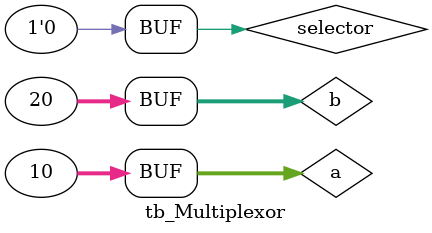
<source format=v>
`timescale 1ns/1ns

module tb_UnidadDeControl ();

reg [5:0] op;
wire MemToReg, MemToWrite, RegWrite;
wire [1:0] AluOp;

UnidadDeControl unidadDeControl1( .op( op ),
.MemToReg( MemToReg ), .MemToWrite( MemToWrite ), .RegWrite( RegWrite ), .AluOp( AluOp ) );

initial begin
    op = 6'b000000;
    #100;
end

endmodule


module tb_Multiplexor ();

reg [31:0] a, b;
reg selector;
wire [31:0] salida;

Multiplexor multiplexor ( .a( a ), .b( b ), .selector( selector ),
            .salida(salida) );

initial begin

    a=32'd10; b=32'd20; selector=1'b1;
    #100;

    a=32'd10; b=32'd20; selector=1'b0;
    #100;

end

endmodule

</source>
